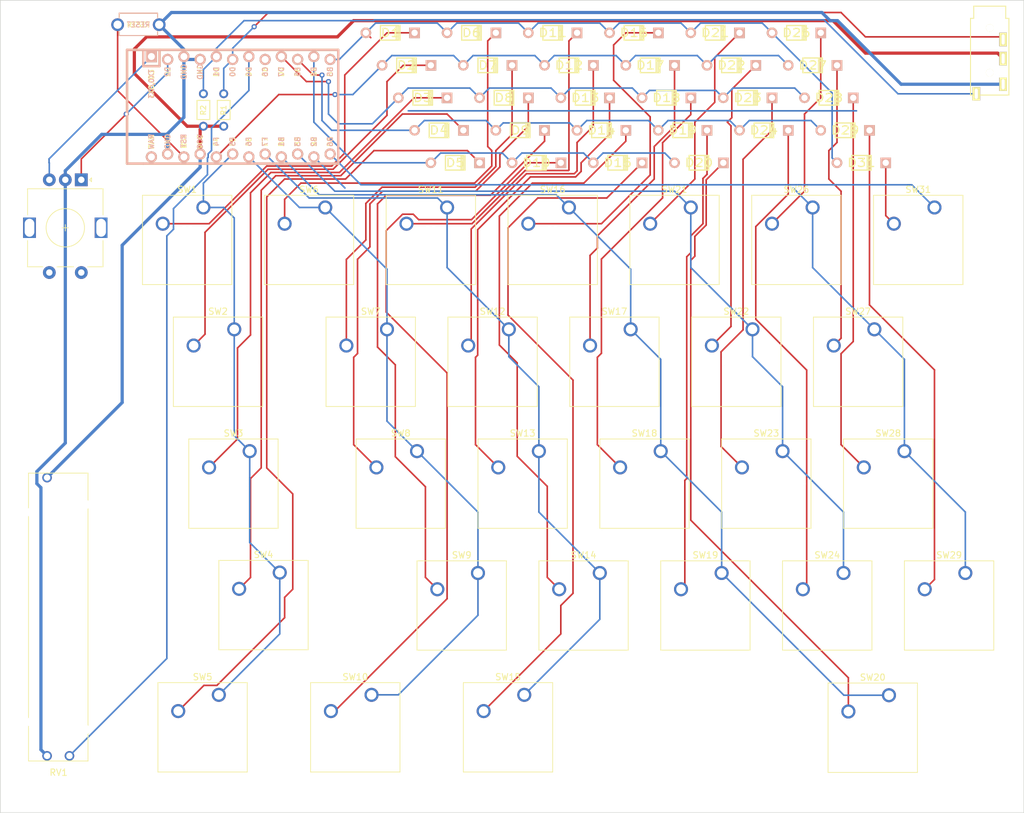
<source format=kicad_pcb>
(kicad_pcb (version 20221018) (generator pcbnew)
  (layers (0 "F.Cu" signal) (31 "B.Cu" signal) (34 "B.Paste" user) (35 "F.Paste" user) (36 "B.SilkS" user "B.Silkscreen") (37 "F.SilkS" user "F.Silkscreen") (38 "B.Mask" user) (39 "F.Mask" user) (44 "Edge.Cuts" user))
  (net 0 "")
  (net 1 "GND")
  (net 2 "slidePot")
  (net 3 "SCL")
  (net 4 "SDA")
  (net 5 "reset")
  (net 6 "encA")
  (net 7 "encB")
  (net 8 "rowC")
  (net 9 "Net-(D3-A)")
  (net 10 "rowD")
  (net 11 "Net-(D4-A)")
  (net 12 "rowE")
  (net 13 "Net-(D5-A)")
  (net 14 "rowA")
  (net 15 "Net-(D6-A)")
  (net 16 "rowB")
  (net 17 "Net-(D7-A)")
  (net 18 "Net-(D8-A)")
  (net 19 "Net-(D9-A)")
  (net 20 "Net-(D10-A)")
  (net 21 "Net-(D11-A)")
  (net 22 "Net-(D12-A)")
  (net 23 "Net-(D13-A)")
  (net 24 "Net-(D14-A)")
  (net 25 "Net-(D15-A)")
  (net 26 "Net-(D16-A)")
  (net 27 "Net-(D17-A)")
  (net 28 "Net-(D18-A)")
  (net 29 "Net-(D19-A)")
  (net 30 "Net-(D20-A)")
  (net 31 "Net-(D21-A)")
  (net 32 "Net-(D22-A)")
  (net 33 "Net-(D23-A)")
  (net 34 "Net-(D24-A)")
  (net 35 "Net-(D26-A)")
  (net 36 "Net-(D27-A)")
  (net 37 "Net-(D28-A)")
  (net 38 "Net-(D29-A)")
  (net 39 "Net-(D31-A)")
  (net 40 "Net-(D1-A)")
  (net 41 "Net-(D2-A)")
  (net 43 "col7")
  (net 44 "col6")
  (net 45 "col5")
  (net 46 "col4")
  (net 47 "col3")
  (net 48 "col2")
  (net 49 "col1")
  (net 51 "VCC")
  (footprint "Library:Diode" (layer "F.Cu") (at 170.434 45.085)
    (fp_text reference "D23")
    (fp_text value "D_Small" hide)
  )
  (footprint "Button_Switch_Keyboard:SW_Cherry_MX_1.00u_PCB" (layer "F.Cu") (at 161.544 62.23)
    (fp_text reference "SW21")
    (fp_text value "KEYSW")
  )
  (footprint "Button_Switch_Keyboard:SW_Cherry_MX_1.25u_PCB" (layer "F.Cu") (at 111.633 138.43)
    (fp_text reference "SW10")
    (fp_text value "KEYSW")
  )
  (footprint "Library:Diode" (layer "F.Cu") (at 183.134 45.085)
    (fp_text reference "D28")
    (fp_text value "D_Small" hide)
  )
  (footprint "Library:Diode" (layer "F.Cu") (at 129.794 40.005)
    (fp_text reference "D7")
    (fp_text value "D_Small" hide)
  )
  (footprint "Library:Diode" (layer "F.Cu") (at 155.194 40.005)
    (fp_text reference "D17")
    (fp_text value "D_Small" hide)
  )
  (footprint "Button_Switch_Keyboard:SW_Cherry_MX_1.00u_PCB" (layer "F.Cu") (at 190.246 81.28)
    (fp_text reference "SW27")
    (fp_text value "KEYSW")
  )
  (footprint "Library:Diode" (layer "F.Cu") (at 167.894 40.005)
    (fp_text reference "D22")
    (fp_text value "D_Small" hide)
  )
  (footprint "Library:Diode" (layer "F.Cu") (at 185.674 50.165)
    (fp_text reference "D29")
    (fp_text value "D_Small" hide)
  )
  (footprint "Button_Switch_Keyboard:SW_Cherry_MX_1.00u_PCB" (layer "F.Cu") (at 137.795 100.33)
    (fp_text reference "SW13")
    (fp_text value "KEYSW")
  )
  (footprint "Library:Diode" (layer "F.Cu") (at 157.734 45.085)
    (fp_text reference "D18")
    (fp_text value "D_Small" hide)
  )
  (footprint "Button_Switch_Keyboard:SW_Cherry_MX_1.00u_PCB" (layer "F.Cu") (at 166.37 119.38)
    (fp_text reference "SW19")
    (fp_text value "KEYSW")
  )
  (footprint "Button_Switch_Keyboard:SW_Cherry_MX_1.00u_PCB" (layer "F.Cu") (at 142.494 62.23)
    (fp_text reference "SW16")
    (fp_text value "KEYSW")
  )
  (footprint "Library:Diode" (layer "F.Cu") (at 132.334 45.085)
    (fp_text reference "D8")
    (fp_text value "D_Small" hide)
  )
  (footprint "Button_Switch_Keyboard:SW_Cherry_MX_1.00u_PCB" (layer "F.Cu") (at 185.42 119.38)
    (fp_text reference "SW24")
    (fp_text value "KEYSW")
  )
  (footprint "Button_Switch_Keyboard:SW_Cherry_MX_1.00u_PCB" (layer "F.Cu") (at 171.196 81.28)
    (fp_text reference "SW22")
    (fp_text value "KEYSW")
  )
  (footprint "Button_Switch_Keyboard:SW_Cherry_MX_2.25u_PCB" (layer "F.Cu") (at 192.532 138.491)
    (fp_text reference "SW20")
    (fp_text value "KEYSW")
  )
  (footprint "Button_Switch_Keyboard:SW_Cherry_MX_1.00u_PCB" (layer "F.Cu") (at 199.644 62.23)
    (fp_text reference "SW31")
    (fp_text value "KEYSW")
  )
  (footprint "Button_Switch_Keyboard:SW_Cherry_MX_1.00u_PCB" (layer "F.Cu") (at 133.096 81.28)
    (fp_text reference "SW12")
    (fp_text value "KEYSW")
  )
  (footprint "Library:Diode" (layer "F.Cu") (at 145.034 45.085)
    (fp_text reference "D13")
    (fp_text value "D_Small" hide)
  )
  (footprint "Button_Switch_Keyboard:SW_Cherry_MX_1.50u_PCB" (layer "F.Cu") (at 90.17 81.28)
    (fp_text reference "SW2")
    (fp_text value "KEYSW")
  )
  (footprint "Button_Switch_Keyboard:SW_Cherry_MX_1.00u_PCB" (layer "F.Cu") (at 118.745 100.33)
    (fp_text reference "SW8")
    (fp_text value "KEYSW")
  )
  (footprint "Library:TACT_SWITCH_TVBP06" (layer "F.Cu") (at 75.184 33.655)
    (fp_text reference "SW_A1" hide)
    (fp_text value "SW_PUSH" hide)
  )
  (footprint "Library:Diode" (layer "F.Cu") (at 134.874 50.165)
    (fp_text reference "D9")
    (fp_text value "D_Small" hide)
  )
  (footprint "Library:Diode" (layer "F.Cu") (at 127.254 34.925)
    (fp_text reference "D6")
    (fp_text value "D_Small" hide)
  )
  (footprint "Library:Diode" (layer "F.Cu") (at 150.114 55.245)
    (fp_text reference "D15")
    (fp_text value "D_Small" hide)
  )
  (footprint "Library:RESISTOR" (layer "F.Cu") (at 88.519 46.99 90)
    (fp_text reference "R1")
    (fp_text value "4.7k" hide)
  )
  (footprint "Library:RotaryEncoder_EC11" (layer "F.Cu") (at 63.754 65.405 -90)
    (fp_text reference "ROT1")
    (fp_text value "RotaryEncoder")
  )
  (footprint "Button_Switch_Keyboard:SW_Cherry_MX_1.25u_PCB" (layer "F.Cu") (at 135.509 138.43)
    (fp_text reference "SW15")
    (fp_text value "KEYSW")
  )
  (footprint "Library:Diode" (layer "F.Cu") (at 122.174 50.165)
    (fp_text reference "D4")
    (fp_text value "D_Small" hide)
  )
  (footprint "Library:RESISTOR" (layer "F.Cu") (at 85.344 46.99 90)
    (fp_text reference "R2")
    (fp_text value "4.7k" hide)
  )
  (footprint "Button_Switch_Keyboard:SW_Cherry_MX_1.00u_PCB" (layer "F.Cu") (at 147.32 119.38)
    (fp_text reference "SW14")
    (fp_text value "KEYSW")
  )
  (footprint "Button_Switch_Keyboard:SW_Cherry_MX_2.25u_PCB" (layer "F.Cu") (at 97.282 119.314)
    (fp_text reference "SW4")
    (fp_text value "KEYSW")
  )
  (footprint "Button_Switch_Keyboard:SW_Cherry_MX_1.00u_PCB" (layer "F.Cu") (at 85.344 62.23)
    (fp_text reference "SW1")
    (fp_text value "KEYSW")
  )
  (footprint "Button_Switch_Keyboard:SW_Cherry_MX_1.00u_PCB" (layer "F.Cu") (at 128.27 119.38)
    (fp_text reference "SW9")
    (fp_text value "KEYSW")
  )
  (footprint "Button_Switch_Keyboard:SW_Cherry_MX_1.00u_PCB" (layer "F.Cu") (at 156.845 100.33)
    (fp_text reference "SW18")
    (fp_text value "KEYSW")
  )
  (footprint "Library:Diode" (layer "F.Cu") (at 142.494 40.005)
    (fp_text reference "D12")
    (fp_text value "D_Small" hide)
  )
  (footprint "Button_Switch_Keyboard:SW_Cherry_MX_1.00u_PCB" (layer "F.Cu") (at 194.945 100.33)
    (fp_text reference "SW28")
    (fp_text value "KEYSW")
  )
  (footprint "Library:Diode" (layer "F.Cu") (at 160.274 50.165)
    (fp_text reference "D19")
    (fp_text value "D_Small" hide)
  )
  (footprint "Library:Diode" (layer "F.Cu") (at 114.554 34.925)
    (fp_text reference "D1")
    (fp_text value "D_Small" hide)
  )
  (footprint "Button_Switch_Keyboard:SW_Cherry_MX_1.25u_PCB" (layer "F.Cu") (at 87.757 138.43)
    (fp_text reference "SW5")
    (fp_text value "KEYSW")
  )
  (footprint "Library:Diode" (layer "F.Cu") (at 172.974 50.165)
    (fp_text reference "D24")
    (fp_text value "D_Small" hide)
  )
  (footprint "Library:potentiometer_slider_45mm" (layer "F.Cu") (at 69.604 148.77 90)
    (fp_text reference "RV1")
    (fp_text value "R_Potentiometer")
  )
  (footprint "Library:Diode" (layer "F.Cu") (at 162.814 55.245)
    (fp_text reference "D20")
    (fp_text value "D_Small" hide)
  )
  (footprint "Library:Diode" (layer "F.Cu") (at 147.574 50.165)
    (fp_text reference "D14")
    (fp_text value "D_Small" hide)
  )
  (footprint "Library:TRRS" (layer "F.Cu") (at 208.28 32.6625)
    (fp_text reference "U2" hide)
    (fp_text value "TRRS" hide)
  )
  (footprint "Button_Switch_Keyboard:SW_Cherry_MX_1.00u_PCB" (layer "F.Cu") (at 152.146 81.28)
    (fp_text reference "SW17")
    (fp_text value "KEYSW")
  )
  (footprint "Library:Diode" (layer "F.Cu") (at 178.054 34.925)
    (fp_text reference "D26")
    (fp_text value "D_Small" hide)
  )
  (footprint "Library:Diode" (layer "F.Cu") (at 124.714 55.245)
    (fp_text reference "D5")
    (fp_text value "D_Small" hide)
  )
  (footprint "Button_Switch_Keyboard:SW_Cherry_MX_1.00u_PCB" (layer "F.Cu") (at 204.47 119.38)
    (fp_text reference "SW29")
    (fp_text value "KEYSW")
  )
  (footprint "Library:Diode" (layer "F.Cu") (at 117.094 40.005)
    (fp_text reference "D2")
    (fp_text value "D_Small" hide)
  )
  (footprint "Library:Diode" (layer "F.Cu") (at 165.354 34.925)
    (fp_text reference "D21")
    (fp_text value "D_Small" hide)
  )
  (footprint "Button_Switch_Keyboard:SW_Cherry_MX_1.00u_PCB" (layer "F.Cu") (at 123.444 62.23)
    (fp_text reference "SW11")
    (fp_text value "KEYSW")
  )
  (footprint "Button_Switch_Keyboard:SW_Cherry_MX_1.00u_PCB" (layer "F.Cu") (at 114.046 81.28)
    (fp_text reference "SW7")
    (fp_text value "KEYSW")
  )
  (footprint "Library:Diode" (layer "F.Cu") (at 180.594 40.005)
    (fp_text reference "D27")
    (fp_text value "D_Small" hide)
  )
  (footprint "Button_Switch_Keyboard:SW_Cherry_MX_1.00u_PCB" (layer "F.Cu") (at 175.895 100.33)
    (fp_text reference "SW23")
    (fp_text value "KEYSW")
  )
  (footprint "Library:Diode" (layer "F.Cu") (at 188.214 55.245)
    (fp_text reference "D31")
    (fp_text value "D_Small" hide)
  )
  (footprint "Library:Diode" (layer "F.Cu") (at 137.414 55.245)
    (fp_text reference "D10")
    (fp_text value "D_Small" hide)
  )
  (footprint "Button_Switch_Keyboard:SW_Cherry_MX_1.75u_PCB" (layer "F.Cu") (at 92.583 100.33)
    (fp_text reference "SW3")
    (fp_text value "KEYSW")
  )
  (footprint "Library:Diode" (layer "F.Cu") (at 139.954 34.925)
    (fp_text reference "D11")
    (fp_text value "D_Small" hide)
  )
  (footprint "Library:Diode" (layer "F.Cu") (at 152.654 34.925)
    (fp_text reference "D16")
    (fp_text value "D_Small" hide)
  )
  (footprint "Library:Diode" (layer "F.Cu") (at 119.634 45.085)
    (fp_text reference "D3")
    (fp_text value "D_Small" hide)
  )
  (footprint "Button_Switch_Keyboard:SW_Cherry_MX_1.00u_PCB" (layer "F.Cu") (at 104.394 62.23)
    (fp_text reference "SW6")
    (fp_text value "KEYSW")
  )
  (footprint "Button_Switch_Keyboard:SW_Cherry_MX_1.00u_PCB" (layer "F.Cu") (at 180.594 62.23)
    (fp_text reference "SW26")
    (fp_text value "KEYSW")
  )
  (footprint "Keebio-Parts:ArduinoProMicro-ZigZag" (layer "B.Cu") (at 91.186 46.482)
    (fp_text reference "U1" hide)
    (fp_text value "ProMicro" hide)
  )
  (gr_line (start 53.594 29.845) (end 213.614 29.845) (stroke (width 0.1)) (layer "Edge.Cuts"))
  (gr_line (start 213.614 156.845) (end 53.594 156.845) (stroke (width 0.1)) (layer "Edge.Cuts"))
  (gr_line (start 213.614 29.845) (end 213.614 156.845) (stroke (width 0.1)) (layer "Edge.Cuts"))
  (gr_line (start 53.594 156.845) (end 53.594 29.845) (stroke (width 0.1)) (layer "Edge.Cuts"))
  (segment (start 182.042172 31.75) (end 80.339 31.75) (width 0.5) (layer "B.Cu") (net 1))
  (segment (start 82.296 37.517) (end 82.296 38.6334) (width 0.5) (layer "B.Cu") (net 1))
  (segment (start 79.756 50.8) (end 79.756 50.673) (width 0.5) (layer "B.Cu") (net 1))
  (segment (start 194.42575 42.9625) (end 184.48325 33.02) (width 0.5) (layer "B.Cu") (net 1))
  (segment (start 79.756 50.673) (end 82.296 48.133) (width 0.5) (layer "B.Cu") (net 1))
  (segment (start 63.754 57.905) (end 63.754 99.06) (width 0.5) (layer "B.Cu") (net 1))
  (segment (start 82.296 48.133) (end 82.296 38.6334) (width 0.5) (layer "B.Cu") (net 1))
  (segment (start 79.756 53.8734) (end 79.756 50.8) (width 0.5) (layer "B.Cu") (net 1))
  (segment (start 210.38 42.9625) (end 194.42575 42.9625) (width 0.5) (layer "B.Cu") (net 1))
  (segment (start 80.339 31.75) (end 78.434 33.655) (width 0.5) (layer "B.Cu") (net 1))
  (segment (start 63.754 99.06) (end 59.309 103.505) (width 0.5) (layer "B.Cu") (net 1))
  (segment (start 63.754 57.905) (end 63.754 56.490787) (width 0.5) (layer "B.Cu") (net 1))
  (segment (start 59.309 103.505) (end 59.309 105.41) (width 0.5) (layer "B.Cu") (net 1))
  (segment (start 69.444787 50.8) (end 79.756 50.8) (width 0.5) (layer "B.Cu") (net 1))
  (segment (start 84.836 39.0906) (end 82.7532 39.0906) (width 0.5) (layer "B.Cu") (net 1))
  (segment (start 183.312172 33.02) (end 182.042172 31.75) (width 0.5) (layer "B.Cu") (net 1))
  (segment (start 82.7532 39.0906) (end 82.296 38.6334) (width 0.5) (layer "B.Cu") (net 1))
  (segment (start 59.309 105.41) (end 59.944 106.045) (width 0.5) (layer "B.Cu") (net 1))
  (segment (start 184.48325 33.02) (end 183.312172 33.02) (width 0.5) (layer "B.Cu") (net 1))
  (segment (start 59.944 106.045) (end 59.944 147.01) (width 0.5) (layer "B.Cu") (net 1))
  (segment (start 59.944 147.01) (end 60.904 147.97) (width 0.5) (layer "B.Cu") (net 1))
  (segment (start 78.434 33.655) (end 82.296 37.517) (width 0.5) (layer "B.Cu") (net 1))
  (segment (start 63.754 56.490787) (end 69.444787 50.8) (width 0.5) (layer "B.Cu") (net 1))
  (segment (start 85.979 54.505663) (end 85.979 57.097636) (width 0.25) (layer "B.Cu") (net 2))
  (segment (start 86.0913 53.840037) (end 86.0913 54.393363) (width 0.25) (layer "B.Cu") (net 2))
  (segment (start 80.669056 62.40758) (end 80.669056 65.634944) (width 0.25) (layer "B.Cu") (net 2))
  (segment (start 86.614 53.317337) (end 86.0913 53.840037) (width 0.25) (layer "B.Cu") (net 2))
  (segment (start 86.0913 54.393363) (end 85.979 54.505663) (width 0.25) (layer "B.Cu") (net 2))
  (segment (start 79.629 132.745) (end 64.404 147.97) (width 0.25) (layer "B.Cu") (net 2))
  (segment (start 92.456 38.6334) (end 92.456 43.941816) (width 0.25) (layer "B.Cu") (net 2))
  (segment (start 79.629 66.675) (end 79.629 132.745) (width 0.25) (layer "B.Cu") (net 2))
  (segment (start 86.614 49.783816) (end 86.614 53.317337) (width 0.25) (layer "B.Cu") (net 2))
  (segment (start 80.669056 65.634944) (end 79.629 66.675) (width 0.25) (layer "B.Cu") (net 2))
  (segment (start 92.456 43.941816) (end 86.614 49.783816) (width 0.25) (layer "B.Cu") (net 2))
  (segment (start 85.979 57.097636) (end 80.669056 62.40758) (width 0.25) (layer "B.Cu") (net 2))
  (segment (start 95.504 31.75) (end 185.039 31.75) (width 0.25) (layer "F.Cu") (net 3))
  (segment (start 93.2815 33.9725) (end 95.504 31.75) (width 0.25) (layer "F.Cu") (net 3))
  (segment (start 185.039 31.75) (end 188.849 35.56) (width 0.25) (layer "F.Cu") (net 3))
  (segment (start 188.849 35.56) (end 209.9775 35.56) (width 0.25) (layer "F.Cu") (net 3))
  (segment (start 209.9775 35.56) (end 210.38 35.9625) (width 0.25) (layer "F.Cu") (net 3))
  (via (at 93.2815 33.9725) (size 0.8) (drill 0.4) (layers "F.Cu" "B.Cu") (net 3))
  (segment (start 89.916 37.338) (end 89.916 39.0906) (width 0.25) (layer "B.Cu") (net 3))
  (segment (start 93.2815 33.9725) (end 89.916 37.338) (width 0.25) (layer "B.Cu") (net 3))
  (segment (start 88.519 40.4876) (end 89.916 39.0906) (width 0.25) (layer "B.Cu") (net 3))
  (segment (start 88.519 44.45) (end 88.519 40.4876) (width 0.25) (layer "B.Cu") (net 3))
  (segment (start 206.18 44.4625) (end 193.9415 44.4625) (width 0.25) (layer "B.Cu") (net 4))
  (segment (start 193.9415 44.4625) (end 182.376 32.897) (width 0.25) (layer "B.Cu") (net 4))
  (segment (start 112.059236 32.897) (end 111.936236 33.02) (width 0.25) (layer "B.Cu") (net 4))
  (segment (start 111.936236 33.02) (end 91.7067 33.02) (width 0.25) (layer "B.Cu") (net 4))
  (segment (start 87.376 37.3507) (end 87.376 38.6334) (width 0.25) (layer "B.Cu") (net 4))
  (segment (start 182.376 32.897) (end 112.059236 32.897) (width 0.25) (layer "B.Cu") (net 4))
  (segment (start 85.344 40.6654) (end 85.344 44.45) (width 0.25) (layer "B.Cu") (net 4))
  (segment (start 87.376 38.6334) (end 85.344 40.6654) (width 0.25) (layer "B.Cu") (net 4))
  (segment (start 91.7067 33.02) (end 87.376 37.3507) (width 0.25) (layer "B.Cu") (net 4))
  (segment (start 71.934 43.9686) (end 71.934 33.655) (width 0.25) (layer "F.Cu") (net 5))
  (segment (start 82.296 54.3306) (end 71.934 43.9686) (width 0.25) (layer "F.Cu") (net 5))
  (segment (start 61.214 55.245) (end 61.254 55.285) (width 0.25) (layer "B.Cu") (net 6))
  (segment (start 61.254 55.285) (end 61.254 57.905) (width 0.25) (layer "B.Cu") (net 6))
  (segment (start 77.216 38.6334) (end 61.214 54.6354) (width 0.25) (layer "B.Cu") (net 6))
  (segment (start 61.214 54.6354) (end 61.214 55.245) (width 0.25) (layer "B.Cu") (net 6))
  (segment (start 66.254 57.905) (end 66.254 54.65) (width 0.25) (layer "F.Cu") (net 7))
  (segment (start 66.254 54.65) (end 73.279 47.625) (width 0.25) (layer "F.Cu") (net 7))
  (via (at 73.279 47.625) (size 0.8) (drill 0.4) (layers "F.Cu" "B.Cu") (net 7))
  (segment (start 79.756 41.148) (end 73.279 47.625) (width 0.25) (layer "B.Cu") (net 7))
  (segment (start 79.756 39.0906) (end 79.756 41.148) (width 0.25) (layer "B.Cu") (net 7))
  (segment (start 103.886 41.529) (end 102.5144 41.529) (width 0.25) (layer "F.Cu") (net 8))
  (segment (start 102.5144 41.529) (end 100.076 39.0906) (width 0.25) (layer "F.Cu") (net 8))
  (via (at 103.886 41.529) (size 0.8) (drill 0.4) (layers "F.Cu" "B.Cu") (net 8))
  (segment (start 129.54 48.641) (end 131.064 50.165) (width 0.25) (layer "B.Cu") (net 8))
  (segment (start 118.364 50.165) (end 105.41 50.165) (width 0.25) (layer "B.Cu") (net 8))
  (segment (start 105.41 50.165) (end 103.886 48.641) (width 0.25) (layer "B.Cu") (net 8))
  (segment (start 103.886 48.641) (end 103.886 41.529) (width 0.25) (layer "B.Cu") (net 8))
  (segment (start 180.34 48.641) (end 170.688 48.641) (width 0.25) (layer "B.Cu") (net 8))
  (segment (start 154.94 48.641) (end 156.464 50.165) (width 0.25) (layer "B.Cu") (net 8))
  (segment (start 118.364 50.165) (end 119.888 48.641) (width 0.25) (layer "B.Cu") (net 8))
  (segment (start 131.064 50.165) (end 132.2145 49.0145) (width 0.25) (layer "B.Cu") (net 8))
  (segment (start 157.988 48.641) (end 167.64 48.641) (width 0.25) (layer "B.Cu") (net 8))
  (segment (start 132.2145 49.0145) (end 142.6135 49.0145) (width 0.25) (layer "B.Cu") (net 8))
  (segment (start 167.64 48.641) (end 169.164 50.165) (width 0.25) (layer "B.Cu") (net 8))
  (segment (start 142.6135 49.0145) (end 143.764 50.165) (width 0.25) (layer "B.Cu") (net 8))
  (segment (start 145.288 48.641) (end 154.94 48.641) (width 0.25) (layer "B.Cu") (net 8))
  (segment (start 119.888 48.641) (end 129.54 48.641) (width 0.25) (layer "B.Cu") (net 8))
  (segment (start 143.764 50.165) (end 145.288 48.641) (width 0.25) (layer "B.Cu") (net 8))
  (segment (start 170.688 48.641) (end 169.164 50.165) (width 0.25) (layer "B.Cu") (net 8))
  (segment (start 156.464 50.165) (end 157.988 48.641) (width 0.25) (layer "B.Cu") (net 8))
  (segment (start 181.864 50.165) (end 180.34 48.641) (width 0.25) (layer "B.Cu") (net 8))
  (segment (start 90.678 98.425) (end 86.233 102.87) (width 0.25) (layer "F.Cu") (net 9))
  (segment (start 118.286236 45.085) (end 106.610236 56.761) (width 0.25) (layer "F.Cu") (net 9))
  (segment (start 92.71 82.169) (end 90.678 84.201) (width 0.25) (layer "F.Cu") (net 9))
  (segment (start 90.678 84.201) (end 90.678 98.425) (width 0.25) (layer "F.Cu") (net 9))
  (segment (start 92.71 59.944) (end 92.71 82.169) (width 0.25) (layer "F.Cu") (net 9))
  (segment (start 106.610236 56.761) (end 95.893 56.761) (width 0.25) (layer "F.Cu") (net 9))
  (segment (start 123.444 45.085) (end 118.286236 45.085) (width 0.25) (layer "F.Cu") (net 9))
  (segment (start 95.893 56.761) (end 92.71 59.944) (width 0.25) (layer "F.Cu") (net 9))
  (segment (start 102.616 38.6334) (end 102.616 48.895) (width 0.25) (layer "B.Cu") (net 10))
  (segment (start 120.904 55.245) (end 122.428 53.721) (width 0.25) (layer "B.Cu") (net 10))
  (segment (start 147.828 53.721) (end 157.48 53.721) (width 0.25) (layer "B.Cu") (net 10))
  (segment (start 132.08 53.721) (end 133.604 55.245) (width 0.25) (layer "B.Cu") (net 10))
  (segment (start 108.966 55.245) (end 120.904 55.245) (width 0.25) (layer "B.Cu") (net 10))
  (segment (start 133.604 55.245) (end 135.128 53.721) (width 0.25) (layer "B.Cu") (net 10))
  (segment (start 122.428 53.721) (end 132.08 53.721) (width 0.25) (layer "B.Cu") (net 10))
  (segment (start 144.78 53.721) (end 146.304 55.245) (width 0.25) (layer "B.Cu") (net 10))
  (segment (start 146.304 55.245) (end 147.828 53.721) (width 0.25) (layer "B.Cu") (net 10))
  (segment (start 157.48 53.721) (end 159.004 55.245) (width 0.25) (layer "B.Cu") (net 10))
  (segment (start 102.616 48.895) (end 108.966 55.245) (width 0.25) (layer "B.Cu") (net 10))
  (segment (start 135.128 53.721) (end 144.78 53.721) (width 0.25) (layer "B.Cu") (net 10))
  (segment (start 94.385 59.539) (end 94.385 102.939588) (width 0.25) (layer "F.Cu") (net 11))
  (segment (start 123.444 47.625) (end 116.459 47.625) (width 0.25) (layer "F.Cu") (net 11))
  (segment (start 92.71 104.614588) (end 92.71 120.076) (width 0.25) (layer "F.Cu") (net 11))
  (segment (start 116.459 47.625) (end 106.819 57.265) (width 0.25) (layer "F.Cu") (net 11))
  (segment (start 106.819 57.265) (end 96.659 57.265) (width 0.25) (layer "F.Cu") (net 11))
  (segment (start 94.385 102.939588) (end 92.71 104.614588) (width 0.25) (layer "F.Cu") (net 11))
  (segment (start 125.984 50.165) (end 123.444 47.625) (width 0.25) (layer "F.Cu") (net 11))
  (segment (start 96.659 57.265) (end 94.385 59.539) (width 0.25) (layer "F.Cu") (net 11))
  (segment (start 92.71 120.076) (end 90.932 121.854) (width 0.25) (layer "F.Cu") (net 11))
  (segment (start 110.744 34.925) (end 111.506 35.687) (width 0.25) (layer "F.Cu") (net 12))
  (segment (start 112.268 33.401) (end 121.92 33.401) (width 0.25) (layer "B.Cu") (net 12))
  (segment (start 150.368 33.401) (end 160.02 33.401) (width 0.25) (layer "B.Cu") (net 12))
  (segment locked (start 117.3774 47.121) (end 187.456 47.121) (width 0.25) (layer "B.Cu") (net 12))
  (segment (start 163.068 33.401) (end 161.544 34.925) (width 0.25) (layer "B.Cu") (net 12))
  (segment (start 110.744 34.925) (end 112.268 33.401) (width 0.25) (layer "B.Cu") (net 12))
  (segment (start 124.968 33.401) (end 134.62 33.401) (width 0.25) (layer "B.Cu") (net 12))
  (segment (start 183.642 44.323) (end 183.642 54.483) (width 0.25) (layer "B.Cu") (net 12))
  (segment (start 160.02 33.401) (end 161.544 34.925) (width 0.25) (layer "B.Cu") (net 12))
  (segment (start 123.444 34.925) (end 124.968 33.401) (width 0.25) (layer "B.Cu") (net 12))
  (segment (start 106.5784 39.0906) (end 105.156 39.0906) (width 0.25) (layer "B.Cu") (net 12))
  (segment (start 172.72 33.401) (end 163.068 33.401) (width 0.25) (layer "B.Cu") (net 12))
  (segment (start 148.844 34.925) (end 147.32 33.401) (width 0.25) (layer "B.Cu") (net 12))
  (segment (start 134.62 33.401) (end 136.144 34.925) (width 0.25) (layer "B.Cu") (net 12))
  (segment (start 121.92 33.401) (end 123.444 34.925) (width 0.25) (layer "B.Cu") (net 12))
  (segment (start 147.32 33.401) (end 137.668 33.401) (width 0.25) (layer "B.Cu") (net 12))
  (segment (start 137.668 33.401) (end 136.144 34.925) (width 0.25) (layer "B.Cu") (net 12))
  (segment (start 174.244 34.925) (end 183.642 44.323) (width 0.25) (layer "B.Cu") (net 12))
  (segment (start 110.744 34.925) (end 106.5784 39.0906) (width 0.25) (layer "B.Cu") (net 12))
  (segment (start 174.244 34.925) (end 172.72 33.401) (width 0.25) (layer "B.Cu") (net 12))
  (segment (start 148.844 34.925) (end 150.368 33.401) (width 0.25) (layer "B.Cu") (net 12))
  (segment (start 183.642 54.483) (end 184.404 55.245) (width 0.25) (layer "B.Cu") (net 12))
  (segment (start 126.619 53.34) (end 112.014 53.34) (width 0.25) (layer "F.Cu") (net 13))
  (segment (start 99.314 121.92) (end 98.044 123.19) (width 0.25) (layer "F.Cu") (net 13))
  (segment (start 95.246279 60.582721) (end 95.246279 102.951211) (width 0.25) (layer "F.Cu") (net 13))
  (segment (start 98.044 123.19) (end 98.044 126.365) (width 0.25) (layer "F.Cu") (net 13))
  (segment (start 87.458 136.951) (end 85.426 136.951) (width 0.25) (layer "F.Cu") (net 13))
  (segment (start 95.246279 102.951211) (end 99.314 107.018932) (width 0.25) (layer "F.Cu") (net 13))
  (segment (start 98.044 126.365) (end 87.458 136.951) (width 0.25) (layer "F.Cu") (net 13))
  (segment (start 99.314 107.018932) (end 99.314 121.92) (width 0.25) (layer "F.Cu") (net 13))
  (segment (start 85.426 136.951) (end 81.407 140.97) (width 0.25) (layer "F.Cu") (net 13))
  (segment (start 107.569 57.785) (end 98.044 57.785) (width 0.25) (layer "F.Cu") (net 13))
  (segment (start 112.014 53.34) (end 107.569 57.785) (width 0.25) (layer "F.Cu") (net 13))
  (segment (start 128.524 55.245) (end 126.619 53.34) (width 0.25) (layer "F.Cu") (net 13))
  (segment (start 98.044 57.785) (end 95.246279 60.582721) (width 0.25) (layer "F.Cu") (net 13))
  (segment (start 97.1296 44.577) (end 87.376 54.3306) (width 0.25) (layer "F.Cu") (net 14))
  (segment (start 105.918 44.577) (end 97.1296 44.577) (width 0.25) (layer "F.Cu") (net 14))
  (via (at 105.918 44.577) (size 0.8) (drill 0.4) (layers "F.Cu" "B.Cu") (net 14))
  (segment (start 108.712 44.577) (end 105.918 44.577) (width 0.25) (layer "B.Cu") (net 14))
  (segment (start 124.46 38.481) (end 125.984 40.005) (width 0.25) (layer "B.Cu") (net 14))
  (segment (start 164.084 40.005) (end 162.56 38.481) (width 0.25) (layer "B.Cu") (net 14))
  (segment (start 165.608 38.481) (end 175.26 38.481) (width 0.25) (layer "B.Cu") (net 14))
  (segment (start 113.284 40.005) (end 114.808 38.481) (width 0.25) (layer "B.Cu") (net 14))
  (segment (start 125.984 40.005) (end 127.508 38.481) (width 0.25) (layer "B.Cu") (net 14))
  (segment (start 113.284 40.005) (end 108.712 44.577) (width 0.25) (layer "B.Cu") (net 14))
  (segment (start 175.26 38.481) (end 176.784 40.005) (width 0.25) (layer "B.Cu") (net 14))
  (segment (start 149.86 38.481) (end 140.208 38.481) (width 0.25) (layer "B.Cu") (net 14))
  (segment (start 127.508 38.481) (end 137.16 38.481) (width 0.25) (layer "B.Cu") (net 14))
  (segment (start 114.808 38.481) (end 124.46 38.481) (width 0.25) (layer "B.Cu") (net 14))
  (segment (start 162.56 38.481) (end 152.908 38.481) (width 0.25) (layer "B.Cu") (net 14))
  (segment (start 152.908 38.481) (end 151.384 40.005) (width 0.25) (layer "B.Cu") (net 14))
  (segment (start 137.16 38.481) (end 138.684 40.005) (width 0.25) (layer "B.Cu") (net 14))
  (segment (start 151.384 40.005) (end 149.86 38.481) (width 0.25) (layer "B.Cu") (net 14))
  (segment (start 164.084 40.005) (end 165.608 38.481) (width 0.25) (layer "B.Cu") (net 14))
  (segment (start 140.208 38.481) (end 138.684 40.005) (width 0.25) (layer "B.Cu") (net 14))
  (segment (start 100.584 58.42) (end 98.044 60.96) (width 0.25) (layer "F.Cu") (net 15))
  (segment (start 98.044 60.96) (end 98.044 64.77) (width 0.25) (layer "F.Cu") (net 15))
  (segment (start 130.429 53.34) (end 130.429 55.749) (width 0.25) (layer "F.Cu") (net 15))
  (segment (start 130.429 55.749) (end 127.758 58.42) (width 0.25) (layer "F.Cu") (net 15))
  (segment (start 127.758 58.42) (end 100.584 58.42) (width 0.25) (layer "F.Cu") (net 15))
  (segment (start 129.794 36.195) (end 129.794 52.705) (width 0.25) (layer "F.Cu") (net 15))
  (segment (start 131.064 34.925) (end 129.794 36.195) (width 0.25) (layer "F.Cu") (net 15))
  (segment (start 129.794 52.705) (end 130.429 53.34) (width 0.25) (layer "F.Cu") (net 15))
  (segment (start 104.902 42.545) (end 101.4476 42.545) (width 0.25) (layer "F.Cu") (net 16))
  (segment (start 101.4476 42.545) (end 97.536 38.6334) (width 0.25) (layer "F.Cu") (net 16))
  (via (at 104.902 42.545) (size 0.8) (drill 0.4) (layers "F.Cu" "B.Cu") (net 16))
  (segment (start 104.902 47.625) (end 104.902 42.545) (width 0.25) (layer "B.Cu") (net 16))
  (segment (start 153.924 45.085) (end 152.4 43.561) (width 0.25) (layer "B.Cu") (net 16))
  (segment (start 111.76 49.149) (end 106.426 49.149) (width 0.25) (layer "B.Cu") (net 16))
  (segment (start 141.224 45.085) (end 139.7 43.561) (width 0.25) (layer "B.Cu") (net 16))
  (segment (start 177.8 43.561) (end 168.148 43.561) (width 0.25) (layer "B.Cu") (net 16))
  (segment (start 130.048 43.561) (end 128.524 45.085) (width 0.25) (layer "B.Cu") (net 16))
  (segment (start 142.748 43.561) (end 141.224 45.085) (width 0.25) (layer "B.Cu") (net 16))
  (segment (start 168.148 43.561) (end 166.624 45.085) (width 0.25) (layer "B.Cu") (net 16))
  (segment (start 165.4735 43.9345) (end 155.0745 43.9345) (width 0.25) (layer "B.Cu") (net 16))
  (segment (start 127 43.561) (end 117.348 43.561) (width 0.25) (layer "B.Cu") (net 16))
  (segment (start 128.524 45.085) (end 127 43.561) (width 0.25) (layer "B.Cu") (net 16))
  (segment (start 139.7 43.561) (end 130.048 43.561) (width 0.25) (layer "B.Cu") (net 16))
  (segment (start 166.624 45.085) (end 165.4735 43.9345) (width 0.25) (layer "B.Cu") (net 16))
  (segment (start 152.4 43.561) (end 142.748 43.561) (width 0.25) (layer "B.Cu") (net 16))
  (segment (start 115.824 45.085) (end 111.76 49.149) (width 0.25) (layer "B.Cu") (net 16))
  (segment (start 106.426 49.149) (end 104.902 47.625) (width 0.25) (layer "B.Cu") (net 16))
  (segment (start 179.324 45.085) (end 177.8 43.561) (width 0.25) (layer "B.Cu") (net 16))
  (segment (start 117.348 43.561) (end 115.824 45.085) (width 0.25) (layer "B.Cu") (net 16))
  (segment (start 155.0745 43.9345) (end 153.924 45.085) (width 0.25) (layer "B.Cu") (net 16))
  (segment (start 131.064 55.826764) (end 127.835764 59.055) (width 0.25) (layer "F.Cu") (net 17))
  (segment (start 110.744 67.31) (end 107.696 70.358) (width 0.25) (layer "F.Cu") (net 17))
  (segment (start 133.604 40.005) (end 133.604 50.8) (width 0.25) (layer "F.Cu") (net 17))
  (segment (start 113.284 59.055) (end 110.744 61.595) (width 0.25) (layer "F.Cu") (net 17))
  (segment (start 131.064 53.34) (end 131.064 55.826764) (width 0.25) (layer "F.Cu") (net 17))
  (segment (start 133.604 50.8) (end 131.064 53.34) (width 0.25) (layer "F.Cu") (net 17))
  (segment (start 127.835764 59.055) (end 113.284 59.055) (width 0.25) (layer "F.Cu") (net 17))
  (segment (start 107.696 70.358) (end 107.696 83.82) (width 0.25) (layer "F.Cu") (net 17))
  (segment (start 110.744 61.595) (end 110.744 67.31) (width 0.25) (layer "F.Cu") (net 17))
  (segment (start 136.144 49.53) (end 131.699 53.975) (width 0.25) (layer "F.Cu") (net 18))
  (segment (start 109.442793 85.058793) (end 108.839 85.662586) (width 0.25) (layer "F.Cu") (net 18))
  (segment (start 111.379 68.393378) (end 109.442793 70.329585) (width 0.25) (layer "F.Cu") (net 18))
  (segment (start 108.839 99.314) (end 112.395 102.87) (width 0.25) (layer "F.Cu") (net 18))
  (segment (start 136.144 45.085) (end 136.144 49.53) (width 0.25) (layer "F.Cu") (net 18))
  (segment (start 113.361764 59.69) (end 111.379 61.672764) (width 0.25) (layer "F.Cu") (net 18))
  (segment (start 109.442793 70.329585) (end 109.442793 85.058793) (width 0.25) (layer "F.Cu") (net 18))
  (segment (start 127.913528 59.69) (end 113.361764 59.69) (width 0.25) (layer "F.Cu") (net 18))
  (segment (start 111.379 61.672764) (end 111.379 68.393378) (width 0.25) (layer "F.Cu") (net 18))
  (segment (start 108.839 85.662586) (end 108.839 99.314) (width 0.25) (layer "F.Cu") (net 18))
  (segment (start 131.699 55.904528) (end 127.913528 59.69) (width 0.25) (layer "F.Cu") (net 18))
  (segment (start 131.699 53.975) (end 131.699 55.904528) (width 0.25) (layer "F.Cu") (net 18))
  (segment (start 113.919 60.325) (end 112.567 61.677) (width 0.25) (layer "F.Cu") (net 19))
  (segment (start 120.056 105.896586) (end 120.056 120.056) (width 0.25) (layer "F.Cu") (net 19))
  (segment (start 138.684 50.165) (end 138.684 51.868421) (width 0.25) (layer "F.Cu") (net 19))
  (segment (start 112.567 84.056586) (end 115.35 86.839586) (width 0.25) (layer "F.Cu") (net 19))
  (segment (start 115.35 86.839586) (end 115.35 101.190586) (width 0.25) (layer "F.Cu") (net 19))
  (segment (start 115.35 101.190586) (end 120.056 105.896586) (width 0.25) (layer "F.Cu") (net 19))
  (segment (start 138.684 51.868421) (end 130.227421 60.325) (width 0.25) (layer "F.Cu") (net 19))
  (segment (start 130.227421 60.325) (end 113.919 60.325) (width 0.25) (layer "F.Cu") (net 19))
  (segment (start 120.056 120.056) (end 121.92 121.92) (width 0.25) (layer "F.Cu") (net 19))
  (segment (start 112.567 61.677) (end 112.567 84.056586) (width 0.25) (layer "F.Cu") (net 19))
  (segment (start 123.444 88.108189) (end 123.444 123.404068) (width 0.25) (layer "F.Cu") (net 20))
  (segment (start 141.224 55.245) (end 136.144 55.245) (width 0.25) (layer "F.Cu") (net 20))
  (segment (start 105.878068 140.97) (end 105.283 140.97) (width 0.25) (layer "F.Cu") (net 20))
  (segment (start 127.254 64.135) (end 118.999 64.135) (width 0.25) (layer "F.Cu") (net 20))
  (segment (start 113.919 65.853378) (end 113.919 78.583189) (width 0.25) (layer "F.Cu") (net 20))
  (segment (start 118.999 64.135) (end 118.155 63.291) (width 0.25) (layer "F.Cu") (net 20))
  (segment (start 136.144 55.245) (end 127.254 64.135) (width 0.25) (layer "F.Cu") (net 20))
  (segment (start 123.444 123.404068) (end 105.878068 140.97) (width 0.25) (layer "F.Cu") (net 20))
  (segment (start 118.155 63.291) (end 116.481378 63.291) (width 0.25) (layer "F.Cu") (net 20))
  (segment (start 116.481378 63.291) (end 113.919 65.853378) (width 0.25) (layer "F.Cu") (net 20))
  (segment (start 113.919 78.583189) (end 123.444 88.108189) (width 0.25) (layer "F.Cu") (net 20))
  (segment (start 142.494 56.384) (end 142.494 36.195) (width 0.25) (layer "F.Cu") (net 21))
  (segment (start 142.4285 56.4495) (end 142.494 56.384) (width 0.25) (layer "F.Cu") (net 21))
  (segment (start 117.094 64.77) (end 127.331764 64.77) (width 0.25) (layer "F.Cu") (net 21))
  (segment (start 135.652264 56.4495) (end 142.4285 56.4495) (width 0.25) (layer "F.Cu") (net 21))
  (segment (start 127.331764 64.77) (end 135.652264 56.4495) (width 0.25) (layer "F.Cu") (net 21))
  (segment (start 142.494 36.195) (end 143.764 34.925) (width 0.25) (layer "F.Cu") (net 21))
  (segment (start 146.304 40.005) (end 146.304 49.53) (width 0.25) (layer "F.Cu") (net 22))
  (segment (start 127.213 83.353) (end 126.746 83.82) (width 0.25) (layer "F.Cu") (net 22))
  (segment (start 146.304 49.53) (end 143.764 52.07) (width 0.25) (layer "F.Cu") (net 22))
  (segment (start 143.3255 56.9535) (end 135.861028 56.9535) (width 0.25) (layer "F.Cu") (net 22))
  (segment (start 143.764 52.07) (end 143.764 56.515) (width 0.25) (layer "F.Cu") (net 22))
  (segment (start 135.861028 56.9535) (end 127.213 65.601528) (width 0.25) (layer "F.Cu") (net 22))
  (segment (start 127.213 65.601528) (end 127.213 83.353) (width 0.25) (layer "F.Cu") (net 22))
  (segment (start 143.764 56.515) (end 143.3255 56.9535) (width 0.25) (layer "F.Cu") (net 22))
  (segment (start 143.534264 57.4575) (end 136.4715 57.4575) (width 0.25) (layer "F.Cu") (net 23))
  (segment (start 148.844 45.085) (end 148.844 50.8) (width 0.25) (layer "F.Cu") (net 23))
  (segment (start 128.225 85.326586) (end 127.889 85.662586) (width 0.25) (layer "F.Cu") (net 23))
  (segment (start 127.889 85.662586) (end 127.889 99.314) (width 0.25) (layer "F.Cu") (net 23))
  (segment (start 127.889 99.314) (end 131.445 102.87) (width 0.25) (layer "F.Cu") (net 23))
  (segment (start 128.225 65.704) (end 128.225 85.326586) (width 0.25) (layer "F.Cu") (net 23))
  (segment (start 148.844 50.8) (end 144.399 55.245) (width 0.25) (layer "F.Cu") (net 23))
  (segment (start 144.399 56.592764) (end 143.534264 57.4575) (width 0.25) (layer "F.Cu") (net 23))
  (segment (start 144.399 55.245) (end 144.399 56.592764) (width 0.25) (layer "F.Cu") (net 23))
  (segment (start 136.4715 57.4575) (end 128.225 65.704) (width 0.25) (layer "F.Cu") (net 23))
  (segment (start 139.106 105.832) (end 139.106 120.056) (width 0.25) (layer "F.Cu") (net 24))
  (segment (start 131.617 63.582) (end 131.617 83.738) (width 0.25) (layer "F.Cu") (net 24))
  (segment (start 131.617 83.738) (end 134.407 86.528) (width 0.25) (layer "F.Cu") (net 24))
  (segment (start 144.832421 58.42) (end 136.779 58.42) (width 0.25) (layer "F.Cu") (net 24))
  (segment (start 136.779 58.42) (end 131.617 63.582) (width 0.25) (layer "F.Cu") (net 24))
  (segment (start 151.384 50.165) (end 151.384 51.868421) (width 0.25) (layer "F.Cu") (net 24))
  (segment (start 134.407 101.133) (end 139.106 105.832) (width 0.25) (layer "F.Cu") (net 24))
  (segment (start 151.384 51.868421) (end 144.832421 58.42) (width 0.25) (layer "F.Cu") (net 24))
  (segment (start 134.407 86.528) (end 134.407 101.133) (width 0.25) (layer "F.Cu") (net 24))
  (segment (start 139.106 120.056) (end 140.97 121.92) (width 0.25) (layer "F.Cu") (net 24))
  (segment (start 153.924 55.245) (end 148.418 60.751) (width 0.25) (layer "F.Cu") (net 25))
  (segment (start 141.224 124.46) (end 141.224 128.905) (width 0.25) (layer "F.Cu") (net 25))
  (segment (start 137.623 60.751) (end 132.969 65.405) (width 0.25) (layer "F.Cu") (net 25))
  (segment (start 148.418 60.751) (end 137.623 60.751) (width 0.25) (layer "F.Cu") (net 25))
  (segment (start 141.224 128.905) (end 129.159 140.97) (width 0.25) (layer "F.Cu") (net 25))
  (segment (start 132.969 79.061378) (end 143.129 89.221378) (width 0.25) (layer "F.Cu") (net 25))
  (segment (start 143.129 122.555) (end 141.224 124.46) (width 0.25) (layer "F.Cu") (net 25))
  (segment (start 143.129 89.221378) (end 143.129 122.555) (width 0.25) (layer "F.Cu") (net 25))
  (segment (start 132.969 65.405) (end 132.969 79.061378) (width 0.25) (layer "F.Cu") (net 25))
  (segment (start 149.479 42.343421) (end 149.479 36.83) (width 0.25) (layer "F.Cu") (net 26))
  (segment (start 151.384 34.925) (end 156.464 34.925) (width 0.25) (layer "F.Cu") (net 26))
  (segment (start 155.194 57.15) (end 155.194 48.058421) (width 0.25) (layer "F.Cu") (net 26))
  (segment (start 149.479 36.83) (end 151.384 34.925) (width 0.25) (layer "F.Cu") (net 26))
  (segment (start 155.194 48.058421) (end 149.479 42.343421) (width 0.25) (layer "F.Cu") (net 26))
  (segment (start 147.574 64.77) (end 155.194 57.15) (width 0.25) (layer "F.Cu") (net 26))
  (segment (start 136.144 64.77) (end 147.574 64.77) (width 0.25) (layer "F.Cu") (net 26))
  (segment (start 159.004 49.53) (end 155.829 52.705) (width 0.25) (layer "F.Cu") (net 27))
  (segment (start 145.796 69.723) (end 145.796 83.82) (width 0.25) (layer "F.Cu") (net 27))
  (segment (start 146.939 68.58) (end 145.796 69.723) (width 0.25) (layer "F.Cu") (net 27))
  (segment (start 155.829 57.785) (end 146.939 66.675) (width 0.25) (layer "F.Cu") (net 27))
  (segment (start 159.004 40.005) (end 159.004 49.53) (width 0.25) (layer "F.Cu") (net 27))
  (segment (start 146.939 66.675) (end 146.939 68.58) (width 0.25) (layer "F.Cu") (net 27))
  (segment (start 155.829 52.705) (end 155.829 57.785) (width 0.25) (layer "F.Cu") (net 27))
  (segment (start 146.939 99.314) (end 150.495 102.87) (width 0.25) (layer "F.Cu") (net 28))
  (segment (start 157.137882 52.108882) (end 157.137882 60.734496) (width 0.25) (layer "F.Cu") (net 28))
  (segment (start 161.544 45.085) (end 161.544 47.702764) (width 0.25) (layer "F.Cu") (net 28))
  (segment (start 157.137882 60.734496) (end 147.574 70.298378) (width 0.25) (layer "F.Cu") (net 28))
  (segment (start 147.574 85.027586) (end 146.939 85.662586) (width 0.25) (layer "F.Cu") (net 28))
  (segment (start 147.574 70.298378) (end 147.574 85.027586) (width 0.25) (layer "F.Cu") (net 28))
  (segment (start 146.939 85.662586) (end 146.939 99.314) (width 0.25) (layer "F.Cu") (net 28))
  (segment (start 161.544 47.702764) (end 157.137882 52.108882) (width 0.25) (layer "F.Cu") (net 28))
  (segment (start 160.909 69.944707) (end 160.909 104.605932) (width 0.25) (layer "F.Cu") (net 29))
  (segment (start 160.614 104.900932) (end 160.614 121.326) (width 0.25) (layer "F.Cu") (net 29))
  (segment (start 160.909 104.605932) (end 160.614 104.900932) (width 0.25) (layer "F.Cu") (net 29))
  (segment (start 161.544 69.309707) (end 160.909 69.944707) (width 0.25) (layer "F.Cu") (net 29))
  (segment (start 163.449 64.77) (end 161.544 66.675) (width 0.25) (layer "F.Cu") (net 29))
  (segment (start 163.449 57.691689) (end 163.449 64.77) (width 0.25) (layer "F.Cu") (net 29))
  (segment (start 164.084 57.056689) (end 163.449 57.691689) (width 0.25) (layer "F.Cu") (net 29))
  (segment (start 160.614 121.326) (end 160.02 121.92) (width 0.25) (layer "F.Cu") (net 29))
  (segment (start 161.544 66.675) (end 161.544 69.309707) (width 0.25) (layer "F.Cu") (net 29))
  (segment (start 164.084 50.165) (end 164.084 57.056689) (width 0.25) (layer "F.Cu") (net 29))
  (segment (start 163.953 57.916) (end 163.953 64.978764) (width 0.25) (layer "F.Cu") (net 30))
  (segment (start 166.624 55.245) (end 163.953 57.916) (width 0.25) (layer "F.Cu") (net 30))
  (segment (start 162.179 66.752764) (end 162.179 69.85) (width 0.25) (layer "F.Cu") (net 30))
  (segment (start 161.544 111.125) (end 186.182 135.763) (width 0.25) (layer "F.Cu") (net 30))
  (segment (start 163.953 64.978764) (end 162.179 66.752764) (width 0.25) (layer "F.Cu") (net 30))
  (segment (start 186.182 135.763) (end 186.182 141.031) (width 0.25) (layer "F.Cu") (net 30))
  (segment (start 161.544 70.485) (end 161.544 111.125) (width 0.25) (layer "F.Cu") (net 30))
  (segment (start 162.179 69.85) (end 161.544 70.485) (width 0.25) (layer "F.Cu") (net 30))
  (segment (start 162.179 57.785) (end 162.179 48.895) (width 0.25) (layer "F.Cu") (net 31))
  (segment (start 165.2885 45.7855) (end 165.2885 38.8005) (width 0.25) (layer "F.Cu") (net 31))
  (segment (start 162.179 48.895) (end 165.2885 45.7855) (width 0.25) (layer "F.Cu") (net 31))
  (segment (start 155.194 64.77) (end 162.179 57.785) (width 0.25) (layer "F.Cu") (net 31))
  (segment (start 165.2885 38.8005) (end 169.164 34.925) (width 0.25) (layer "F.Cu") (net 31))
  (segment (start 167.9595 43.7495) (end 167.9595 48.1945) (width 0.25) (layer "F.Cu") (net 32))
  (segment (start 167.259 48.895) (end 167.8285 49.4645) (width 0.25) (layer "F.Cu") (net 32))
  (segment (start 167.8285 80.8375) (end 164.846 83.82) (width 0.25) (layer "F.Cu") (net 32))
  (segment (start 171.704 40.005) (end 167.9595 43.7495) (width 0.25) (layer "F.Cu") (net 32))
  (segment (start 167.8285 49.4645) (end 167.8285 80.8375) (width 0.25) (layer "F.Cu") (net 32))
  (segment (start 167.9595 48.1945) (end 167.259 48.895) (width 0.25) (layer "F.Cu") (net 32))
  (segment (start 174.244 50.165) (end 169.717 54.692) (width 0.25) (layer "F.Cu") (net 33))
  (segment (start 166.277 84.802) (end 166.277 99.602) (width 0.25) (layer "F.Cu") (net 33))
  (segment (start 174.244 45.085) (end 174.244 50.165) (width 0.25) (layer "F.Cu") (net 33))
  (segment (start 166.277 99.602) (end 169.545 102.87) (width 0.25) (layer "F.Cu") (net 33))
  (segment (start 169.717 54.692) (end 169.717 81.362) (width 0.25) (layer "F.Cu") (net 33))
  (segment (start 169.717 81.362) (end 166.277 84.802) (width 0.25) (layer "F.Cu") (net 33))
  (segment (start 171.704 65.218378) (end 171.704 79.696378) (width 0.25) (layer "F.Cu") (net 34))
  (segment (start 176.784 60.138378) (end 171.704 65.218378) (width 0.25) (layer "F.Cu") (net 34))
  (segment (start 176.784 50.165) (end 176.784 60.138378) (width 0.25) (layer "F.Cu") (net 34))
  (segment (start 179.664 121.326) (end 179.07 121.92) (width 0.25) (layer "F.Cu") (net 34))
  (segment (start 171.704 79.696378) (end 179.664 87.656378) (width 0.25) (layer "F.Cu") (net 34))
  (segment (start 179.664 87.656378) (end 179.664 121.326) (width 0.25) (layer "F.Cu") (net 34))
  (segment (start 179.324 47.625) (end 179.324 59.69) (width 0.25) (layer "F.Cu") (net 35))
  (segment (start 179.324 59.69) (end 174.244 64.77) (width 0.25) (layer "F.Cu") (net 35))
  (segment (start 181.864 45.085) (end 179.324 47.625) (width 0.25) (layer "F.Cu") (net 35))
  (segment (start 181.864 34.925) (end 181.864 45.085) (width 0.25) (layer "F.Cu") (net 35))
  (segment (start 185.039 82.677) (end 183.896 83.82) (width 0.25) (layer "F.Cu") (net 36))
  (segment (start 183.134 57.785) (end 185.039 59.69) (width 0.25) (layer "F.Cu") (net 36))
  (segment (start 184.404 52.07) (end 183.134 53.34) (width 0.25) (layer "F.Cu") (net 36))
  (segment (start 183.134 53.34) (end 183.134 57.785) (width 0.25) (layer "F.Cu") (net 36))
  (segment (start 185.039 59.69) (end 185.039 82.677) (width 0.25) (layer "F.Cu") (net 36))
  (segment (start 184.404 40.005) (end 184.404 52.07) (width 0.25) (layer "F.Cu") (net 36))
  (segment (start 186.944 45.085) (end 186.944 83.185) (width 0.25) (layer "F.Cu") (net 37))
  (segment (start 186.944 83.185) (end 185.039 85.09) (width 0.25) (layer "F.Cu") (net 37))
  (segment (start 185.039 99.314) (end 188.595 102.87) (width 0.25) (layer "F.Cu") (net 37))
  (segment (start 185.039 85.09) (end 185.039 99.314) (width 0.25) (layer "F.Cu") (net 37))
  (segment (start 189.484 50.165) (end 189.484 77.47) (width 0.25) (layer "F.Cu") (net 38))
  (segment (start 199.644 120.396) (end 198.12 121.92) (width 0.25) (layer "F.Cu") (net 38))
  (segment (start 189.484 77.47) (end 199.644 87.63) (width 0.25) (layer "F.Cu") (net 38))
  (segment (start 199.644 87.63) (end 199.644 120.396) (width 0.25) (layer "F.Cu") (net 38))
  (segment (start 192.024 55.245) (end 192.024 63.5) (width 0.25) (layer "F.Cu") (net 39))
  (segment (start 192.024 63.5) (end 193.294 64.77) (width 0.25) (layer "F.Cu") (net 39))
  (segment (start 114.046 34.925) (end 118.364 34.925) (width 0.25) (layer "F.Cu") (net 40))
  (segment (start 86.233 64.77) (end 95.25 55.753) (width 0.25) (layer "F.Cu") (net 40))
  (segment (start 107.442 41.529) (end 114.046 34.925) (width 0.25) (layer "F.Cu") (net 40))
  (segment (start 107.442 53.721) (end 107.442 41.529) (width 0.25) (layer "F.Cu") (net 40))
  (segment (start 105.41 55.753) (end 107.442 53.721) (width 0.25) (layer "F.Cu") (net 40))
  (segment (start 78.994 64.77) (end 86.233 64.77) (width 0.25) (layer "F.Cu") (net 40))
  (segment (start 95.25 55.753) (end 105.41 55.753) (width 0.25) (layer "F.Cu") (net 40))
  (segment (start 105.618764 56.257) (end 95.458764 56.257) (width 0.25) (layer "F.Cu") (net 41))
  (segment (start 114.046 42.545) (end 114.046 47.829764) (width 0.25) (layer "F.Cu") (net 41))
  (segment (start 95.458764 56.257) (end 85.598 66.117764) (width 0.25) (layer "F.Cu") (net 41))
  (segment (start 85.598 66.117764) (end 85.598 82.042) (width 0.25) (layer "F.Cu") (net 41))
  (segment (start 116.586 40.005) (end 114.046 42.545) (width 0.25) (layer "F.Cu") (net 41))
  (segment (start 120.904 40.005) (end 116.586 40.005) (width 0.25) (layer "F.Cu") (net 41))
  (segment (start 85.598 82.042) (end 83.82 83.82) (width 0.25) (layer "F.Cu") (net 41))
  (segment (start 114.046 47.829764) (end 105.618764 56.257) (width 0.25) (layer "F.Cu") (net 41))
  (segment (start 109.9646 58.682) (end 196.096 58.682) (width 0.25) (layer "B.Cu") (net 43))
  (segment (start 196.096 58.682) (end 199.644 62.23) (width 0.25) (layer "B.Cu") (net 43))
  (segment (start 105.156 53.8734) (end 109.9646 58.682) (width 0.25) (layer "B.Cu") (net 43))
  (segment (start 102.616 54.3306) (end 107.4714 59.186) (width 0.25) (layer "B.Cu") (net 44))
  (segment (start 204.47 109.855) (end 194.945 100.33) (width 0.25) (layer "B.Cu") (net 44))
  (segment (start 194.945 85.979) (end 190.246 81.28) (width 0.25) (layer "B.Cu") (net 44))
  (segment (start 177.55 59.186) (end 180.594 62.23) (width 0.25) (layer "B.Cu") (net 44))
  (segment (start 204.47 119.38) (end 204.47 109.855) (width 0.25) (layer "B.Cu") (net 44))
  (segment (start 180.594 71.628) (end 190.246 81.28) (width 0.25) (layer "B.Cu") (net 44))
  (segment (start 194.945 100.33) (end 194.945 85.979) (width 0.25) (layer "B.Cu") (net 44))
  (segment (start 180.594 62.23) (end 180.594 71.628) (width 0.25) (layer "B.Cu") (net 44))
  (segment (start 161.544 71.628) (end 171.196 81.28) (width 0.25) (layer "B.Cu") (net 45))
  (segment (start 175.895 90.257068) (end 175.895 100.33) (width 0.25) (layer "B.Cu") (net 45))
  (segment (start 171.196 81.28) (end 171.196 85.558068) (width 0.25) (layer "B.Cu") (net 45))
  (segment (start 171.196 85.558068) (end 175.895 90.257068) (width 0.25) (layer "B.Cu") (net 45))
  (segment (start 161.544 62.23) (end 161.544 71.628) (width 0.25) (layer "B.Cu") (net 45))
  (segment (start 159.004 59.69) (end 161.544 62.23) (width 0.25) (layer "B.Cu") (net 45))
  (segment (start 100.076 53.8734) (end 105.8926 59.69) (width 0.25) (layer "B.Cu") (net 45))
  (segment (start 185.42 119.38) (end 185.42 109.855) (width 0.25) (layer "B.Cu") (net 45))
  (segment (start 185.42 109.855) (end 175.895 100.33) (width 0.25) (layer "B.Cu") (net 45))
  (segment (start 105.8926 59.69) (end 159.004 59.69) (width 0.25) (layer "B.Cu") (net 45))
  (segment (start 140.511 60.247) (end 142.494 62.23) (width 0.25) (layer "B.Cu") (net 46))
  (segment (start 97.536 54.3306) (end 103.4524 60.247) (width 0.25) (layer "B.Cu") (net 46))
  (segment (start 152.146 71.882) (end 142.494 62.23) (width 0.25) (layer "B.Cu") (net 46))
  (segment (start 166.37 109.855) (end 156.845 100.33) (width 0.25) (layer "B.Cu") (net 46))
  (segment (start 192.532 138.491) (end 185.481 138.491) (width 0.25) (layer "B.Cu") (net 46))
  (segment (start 152.146 81.28) (end 152.146 71.882) (width 0.25) (layer "B.Cu") (net 46))
  (segment (start 156.845 100.33) (end 156.845 85.979) (width 0.25) (layer "B.Cu") (net 46))
  (segment (start 185.481 138.491) (end 166.37 119.38) (width 0.25) (layer "B.Cu") (net 46))
  (segment (start 156.845 85.979) (end 152.146 81.28) (width 0.25) (layer "B.Cu") (net 46))
  (segment (start 166.37 119.38) (end 166.37 109.855) (width 0.25) (layer "B.Cu") (net 46))
  (segment (start 103.4524 60.247) (end 140.511 60.247) (width 0.25) (layer "B.Cu") (net 46))
  (segment (start 121.965 60.751) (end 123.444 62.23) (width 0.25) (layer "B.Cu") (net 47))
  (segment (start 147.32 119.38) (end 147.32 126.619) (width 0.25) (layer "B.Cu") (net 47))
  (segment (start 133.096 85.558068) (end 137.795 90.257068) (width 0.25) (layer "B.Cu") (net 47))
  (segment (start 137.795 100.33) (end 137.795 109.855) (width 0.25) (layer "B.Cu") (net 47))
  (segment (start 101.8736 60.751) (end 121.965 60.751) (width 0.25) (layer "B.Cu") (net 47))
  (segment (start 123.444 71.628) (end 133.096 81.28) (width 0.25) (layer "B.Cu") (net 47))
  (segment (start 137.795 109.855) (end 147.32 119.38) (width 0.25) (layer "B.Cu") (net 47))
  (segment (start 123.444 62.23) (end 123.444 71.628) (width 0.25) (layer "B.Cu") (net 47))
  (segment (start 133.096 81.28) (end 133.096 85.558068) (width 0.25) (layer "B.Cu") (net 47))
  (segment (start 147.32 126.619) (end 135.509 138.43) (width 0.25) (layer "B.Cu") (net 47))
  (segment (start 94.996 53.8734) (end 101.8736 60.751) (width 0.25) (layer "B.Cu") (net 47))
  (segment (start 137.795 90.257068) (end 137.795 100.33) (width 0.25) (layer "B.Cu") (net 47))
  (segment (start 104.394 62.23) (end 100.3554 62.23) (width 0.25) (layer "B.Cu") (net 48))
  (segment (start 114.046 81.28) (end 114.046 95.631) (width 0.25) (layer "B.Cu") (net 48))
  (segment (start 114.046 81.28) (end 114.046 71.882) (width 0.25) (layer "B.Cu") (net 48))
  (segment (start 111.633 138.43) (end 115.824 138.43) (width 0.25) (layer "B.Cu") (net 48))
  (segment (start 128.27 119.38) (end 128.27 109.855) (width 0.25) (layer "B.Cu") (net 48))
  (segment (start 128.27 109.855) (end 118.745 100.33) (width 0.25) (layer "B.Cu") (net 48))
  (segment (start 114.046 95.631) (end 118.745 100.33) (width 0.25) (layer "B.Cu") (net 48))
  (segment (start 100.3554 62.23) (end 92.456 54.3306) (width 0.25) (layer "B.Cu") (net 48))
  (segment (start 114.046 71.882) (end 104.394 62.23) (width 0.25) (layer "B.Cu") (net 48))
  (segment (start 128.27 125.984) (end 128.27 119.38) (width 0.25) (layer "B.Cu") (net 48))
  (segment (start 115.824 138.43) (end 128.27 125.984) (width 0.25) (layer "B.Cu") (net 48))
  (segment (start 85.344 58.4454) (end 89.916 53.8734) (width 0.25) (layer "B.Cu") (net 49))
  (segment (start 92.583 114.615) (end 97.282 119.314) (width 0.25) (layer "B.Cu") (net 49))
  (segment (start 97.282 128.905) (end 87.757 138.43) (width 0.25) (layer "B.Cu") (net 49))
  (segment (start 85.344 62.23) (end 85.344 58.4454) (width 0.25) (layer "B.Cu") (net 49))
  (segment (start 90.17 63.881) (end 90.17 81.28) (width 0.25) (layer "B.Cu") (net 49))
  (segment (start 97.282 119.314) (end 97.282 128.905) (width 0.25) (layer "B.Cu") (net 49))
  (segment (start 92.583 100.33) (end 92.583 114.615) (width 0.25) (layer "B.Cu") (net 49))
  (segment (start 90.17 97.917) (end 92.583 100.33) (width 0.25) (layer "B.Cu") (net 49))
  (segment (start 90.17 81.28) (end 90.17 97.917) (width 0.25) (layer "B.Cu") (net 49))
  (segment (start 85.344 62.23) (end 88.519 62.23) (width 0.25) (layer "B.Cu") (net 49))
  (segment (start 88.519 62.23) (end 90.17 63.881) (width 0.25) (layer "B.Cu") (net 49))
  (segment (start 106.299 35.56) (end 108.839 33.02) (width 0.5) (layer "F.Cu") (net 51))
  (segment (start 183.769 33.02) (end 188.849 38.1) (width 0.5) (layer "F.Cu") (net 51))
  (segment (start 84.836 50.038) (end 85.344 49.53) (width 0.5) (layer "F.Cu") (net 51))
  (segment (start 74.549 37.465) (end 76.454 35.56) (width 0.5) (layer "F.Cu") (net 51))
  (segment (start 82.804 49.53) (end 74.549 41.275) (width 0.5) (layer "F.Cu") (net 51))
  (segment (start 74.549 41.275) (end 74.549 37.465) (width 0.5) (layer "F.Cu") (net 51))
  (segment (start 84.836 53.8734) (end 84.836 50.038) (width 0.5) (layer "F.Cu") (net 51))
  (segment (start 188.849 38.1) (end 209.5175 38.1) (width 0.5) (layer "F.Cu") (net 51))
  (segment (start 85.344 49.53) (end 82.804 49.53) (width 0.5) (layer "F.Cu") (net 51))
  (segment (start 76.454 35.56) (end 106.299 35.56) (width 0.5) (layer "F.Cu") (net 51))
  (segment (start 209.5175 38.1) (end 210.38 38.9625) (width 0.5) (layer "F.Cu") (net 51))
  (segment (start 88.519 49.53) (end 85.344 49.53) (width 0.5) (layer "F.Cu") (net 51))
  (segment (start 108.839 33.02) (end 183.769 33.02) (width 0.5) (layer "F.Cu") (net 51))
  (segment (start 72.644 92.73) (end 60.904 104.47) (width 0.5) (layer "B.Cu") (net 51))
  (segment (start 84.836 55.949978) (end 72.644 68.141978) (width 0.5) (layer "B.Cu") (net 51))
  (segment (start 84.836 53.8734) (end 84.836 55.949978) (width 0.5) (layer "B.Cu") (net 51))
  (segment (start 72.644 68.141978) (end 72.644 92.73) (width 0.5) (layer "B.Cu") (net 51))
)
</source>
